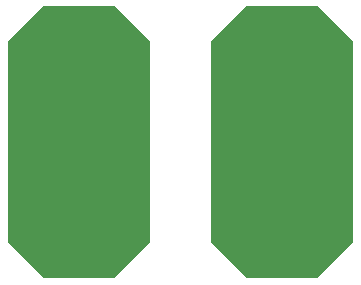
<source format=gbp>
G04 Layer_Color=128*
%FSLAX25Y25*%
%MOIN*%
G70*
G01*
G75*
G04:AMPARAMS|DCode=20|XSize=905.51mil|YSize=472.44mil|CornerRadius=0mil|HoleSize=0mil|Usage=FLASHONLY|Rotation=90.000|XOffset=0mil|YOffset=0mil|HoleType=Round|Shape=Octagon|*
%AMOCTAGOND20*
4,1,8,0.11811,0.45276,-0.11811,0.45276,-0.23622,0.33465,-0.23622,-0.33465,-0.11811,-0.45276,0.11811,-0.45276,0.23622,-0.33465,0.23622,0.33465,0.11811,0.45276,0.0*
%
%ADD20OCTAGOND20*%

D20*
X290779Y295752D02*
D03*
X358211D02*
D03*
M02*

</source>
